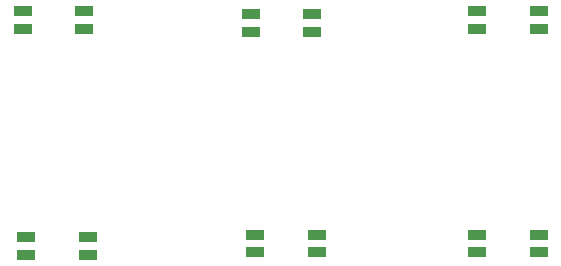
<source format=gbr>
%TF.GenerationSoftware,KiCad,Pcbnew,9.0.7*%
%TF.CreationDate,2026-02-22T10:45:32+05:30*%
%TF.ProjectId,Pomopad,506f6d6f-7061-4642-9e6b-696361645f70,rev?*%
%TF.SameCoordinates,Original*%
%TF.FileFunction,Paste,Bot*%
%TF.FilePolarity,Positive*%
%FSLAX46Y46*%
G04 Gerber Fmt 4.6, Leading zero omitted, Abs format (unit mm)*
G04 Created by KiCad (PCBNEW 9.0.7) date 2026-02-22 10:45:32*
%MOMM*%
%LPD*%
G01*
G04 APERTURE LIST*
G04 Aperture macros list*
%AMRoundRect*
0 Rectangle with rounded corners*
0 $1 Rounding radius*
0 $2 $3 $4 $5 $6 $7 $8 $9 X,Y pos of 4 corners*
0 Add a 4 corners polygon primitive as box body*
4,1,4,$2,$3,$4,$5,$6,$7,$8,$9,$2,$3,0*
0 Add four circle primitives for the rounded corners*
1,1,$1+$1,$2,$3*
1,1,$1+$1,$4,$5*
1,1,$1+$1,$6,$7*
1,1,$1+$1,$8,$9*
0 Add four rect primitives between the rounded corners*
20,1,$1+$1,$2,$3,$4,$5,0*
20,1,$1+$1,$4,$5,$6,$7,0*
20,1,$1+$1,$6,$7,$8,$9,0*
20,1,$1+$1,$8,$9,$2,$3,0*%
G04 Aperture macros list end*
%ADD10RoundRect,0.082000X-0.718000X0.328000X-0.718000X-0.328000X0.718000X-0.328000X0.718000X0.328000X0*%
G04 APERTURE END LIST*
D10*
%TO.C,D1*%
X54870001Y-153597158D03*
X54870001Y-155097158D03*
X60070001Y-155097158D03*
X60070001Y-153597158D03*
%TD*%
%TO.C,D2*%
X74190000Y-153860000D03*
X74190000Y-155360000D03*
X79390000Y-155360000D03*
X79390000Y-153860000D03*
%TD*%
%TO.C,D8*%
X55160000Y-172710000D03*
X55160000Y-174210000D03*
X60360000Y-174210000D03*
X60360000Y-172710000D03*
%TD*%
%TO.C,D7*%
X74537500Y-172500000D03*
X74537500Y-174000000D03*
X79737500Y-174000000D03*
X79737500Y-172500000D03*
%TD*%
%TO.C,D6*%
X93337500Y-172500000D03*
X93337500Y-174000000D03*
X98537500Y-174000000D03*
X98537500Y-172500000D03*
%TD*%
%TO.C,D3*%
X93340001Y-153597158D03*
X93340001Y-155097158D03*
X98540001Y-155097158D03*
X98540001Y-153597158D03*
%TD*%
M02*

</source>
